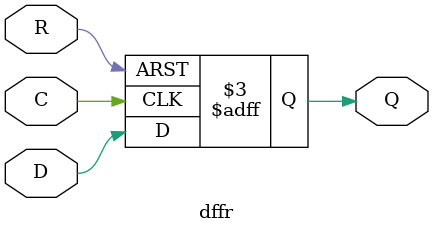
<source format=v>
module dffr(
    output reg Q,
    input D,
    input R,
    (* clkbuf_sink *)
    (* invertible_pin = "IS_C_INVERTED" *)
    input C
);
    parameter [0:0] INIT = 1'b0;
    parameter [0:0] IS_C_INVERTED = 1'b0;
    initial Q = INIT;
    case(|IS_C_INVERTED)
          1'b0:
            always @(posedge C or posedge R)
                if (R)
                        Q <= 1'b0;
                else
                        Q <= D;
          1'b1:
            always @(negedge C or posedge R)
                if (R)
                        Q <= 1'b0;
                else
                        Q <= D;
    endcase
endmodule
</source>
